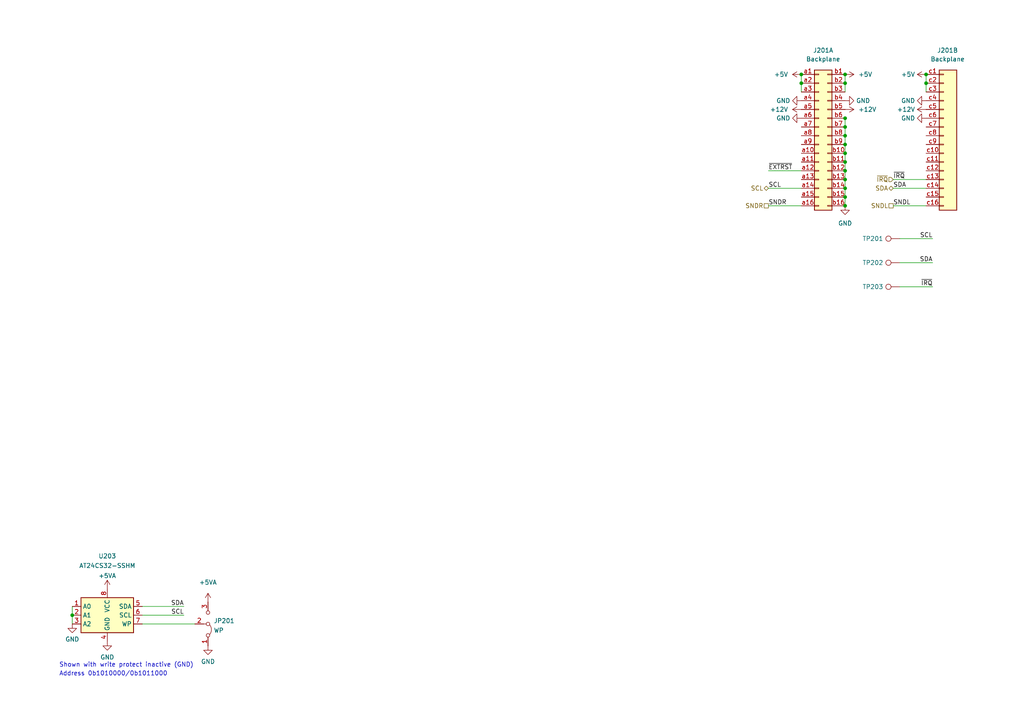
<source format=kicad_sch>
(kicad_sch (version 20211123) (generator eeschema)
  (paper "A4")
  (lib_symbols
    (symbol "68komputer-common:Conn_03x16_Row_Letter_First" (pin_names (offset 1.016) hide)
      (property "Reference" "J" (at 2.54 2.54 0))
      (property "Value" "Conn_03x16_Row_Letter_First" (at 3.81 -41.91 0))
      (symbol "Conn_03x16_Row_Letter_First_1_1"
        (rectangle (start 0 -39.243) (end 1.27 -39.497) (stroke (width 0.1524)))
        (rectangle (start 0 -36.703) (end 1.27 -36.957) (stroke (width 0.1524)))
        (rectangle (start 0 -34.163) (end 1.27 -34.417) (stroke (width 0.1524)))
        (rectangle (start 0 -31.623) (end 1.27 -31.877) (stroke (width 0.1524)))
        (rectangle (start 0 -29.083) (end 1.27 -29.337) (stroke (width 0.1524)))
        (rectangle (start 0 -26.543) (end 1.27 -26.797) (stroke (width 0.1524)))
        (rectangle (start 0 -24.003) (end 1.27 -24.257) (stroke (width 0.1524)))
        (rectangle (start 0 -21.463) (end 1.27 -21.717) (stroke (width 0.1524)))
        (rectangle (start 0 -18.923) (end 1.27 -19.177) (stroke (width 0.1524)))
        (rectangle (start 0 -16.383) (end 1.27 -16.637) (stroke (width 0.1524)))
        (rectangle (start 0 -13.843) (end 1.27 -14.097) (stroke (width 0.1524)))
        (rectangle (start 0 -11.303) (end 1.27 -11.557) (stroke (width 0.1524)))
        (rectangle (start 0 -8.763) (end 1.27 -9.017) (stroke (width 0.1524)))
        (rectangle (start 0 -6.223) (end 1.27 -6.477) (stroke (width 0.1524)))
        (rectangle (start 0 -3.683) (end 1.27 -3.937) (stroke (width 0.1524)))
        (rectangle (start 0 -1.143) (end 1.27 -1.397) (stroke (width 0.1524)))
        (rectangle (start 0 0) (end 5.08 -40.64) (stroke (width 0.254)) (fill (type background)))
        (rectangle (start 5.08 -39.243) (end 3.81 -39.497) (stroke (width 0.1524)))
        (rectangle (start 5.08 -36.703) (end 3.81 -36.957) (stroke (width 0.1524)))
        (rectangle (start 5.08 -34.163) (end 3.81 -34.417) (stroke (width 0.1524)))
        (rectangle (start 5.08 -31.623) (end 3.81 -31.877) (stroke (width 0.1524)))
        (rectangle (start 5.08 -29.083) (end 3.81 -29.337) (stroke (width 0.1524)))
        (rectangle (start 5.08 -26.543) (end 3.81 -26.797) (stroke (width 0.1524)))
        (rectangle (start 5.08 -24.003) (end 3.81 -24.257) (stroke (width 0.1524)))
        (rectangle (start 5.08 -21.463) (end 3.81 -21.717) (stroke (width 0.1524)))
        (rectangle (start 5.08 -18.923) (end 3.81 -19.177) (stroke (width 0.1524)))
        (rectangle (start 5.08 -16.383) (end 3.81 -16.637) (stroke (width 0.1524)))
        (rectangle (start 5.08 -13.843) (end 3.81 -14.097) (stroke (width 0.1524)))
        (rectangle (start 5.08 -11.303) (end 3.81 -11.557) (stroke (width 0.1524)))
        (rectangle (start 5.08 -8.763) (end 3.81 -9.017) (stroke (width 0.1524)))
        (rectangle (start 5.08 -6.223) (end 3.81 -6.477) (stroke (width 0.1524)))
        (rectangle (start 5.08 -3.683) (end 3.81 -3.937) (stroke (width 0.1524)))
        (rectangle (start 5.08 -1.143) (end 3.81 -1.397) (stroke (width 0.1524)))
        (pin passive line (at -3.81 -1.27 0) (length 3.81) (name "Pin_a1") (number "a1"))
        (pin passive line (at -3.81 -24.13 0) (length 3.81) (name "Pin_a10") (number "a10"))
        (pin passive line (at -3.81 -26.67 0) (length 3.81) (name "Pin_a11") (number "a11"))
        (pin passive line (at -3.81 -29.21 0) (length 3.81) (name "Pin_a12") (number "a12"))
        (pin passive line (at -3.81 -31.75 0) (length 3.81) (name "Pin_a13") (number "a13"))
        (pin passive line (at -3.81 -34.29 0) (length 3.81) (name "Pin_a14") (number "a14"))
        (pin passive line (at -3.81 -36.83 0) (length 3.81) (name "Pin_a15") (number "a15"))
        (pin passive line (at -3.81 -39.37 0) (length 3.81) (name "Pin_a16") (number "a16"))
        (pin passive line (at -3.81 -3.81 0) (length 3.81) (name "Pin_a2") (number "a2"))
        (pin passive line (at -3.81 -6.35 0) (length 3.81) (name "Pin_a3") (number "a3"))
        (pin passive line (at -3.81 -8.89 0) (length 3.81) (name "Pin_a4") (number "a4"))
        (pin passive line (at -3.81 -11.43 0) (length 3.81) (name "Pin_a5") (number "a5"))
        (pin passive line (at -3.81 -13.97 0) (length 3.81) (name "Pin_a6") (number "a6"))
        (pin passive line (at -3.81 -16.51 0) (length 3.81) (name "Pin_a7") (number "a7"))
        (pin passive line (at -3.81 -19.05 0) (length 3.81) (name "Pin_a8") (number "a8"))
        (pin passive line (at -3.81 -21.59 0) (length 3.81) (name "Pin_a9") (number "a9"))
        (pin passive line (at 8.89 -1.27 180) (length 3.81) (name "Pin_b1") (number "b1"))
        (pin passive line (at 8.89 -24.13 180) (length 3.81) (name "Pin_b10") (number "b10"))
        (pin passive line (at 8.89 -26.67 180) (length 3.81) (name "Pin_b11") (number "b11"))
        (pin passive line (at 8.89 -29.21 180) (length 3.81) (name "Pin_b12") (number "b12"))
        (pin passive line (at 8.89 -31.75 180) (length 3.81) (name "Pin_b13") (number "b13"))
        (pin passive line (at 8.89 -34.29 180) (length 3.81) (name "Pin_b14") (number "b14"))
        (pin passive line (at 8.89 -36.83 180) (length 3.81) (name "Pin_b15") (number "b15"))
        (pin passive line (at 8.89 -39.37 180) (length 3.81) (name "Pin_b16") (number "b16"))
        (pin passive line (at 8.89 -3.81 180) (length 3.81) (name "Pin_b2") (number "b2"))
        (pin passive line (at 8.89 -6.35 180) (length 3.81) (name "Pin_b3") (number "b3"))
        (pin passive line (at 8.89 -8.89 180) (length 3.81) (name "Pin_b4") (number "b4"))
        (pin passive line (at 8.89 -11.43 180) (length 3.81) (name "Pin_b5") (number "b5"))
        (pin passive line (at 8.89 -13.97 180) (length 3.81) (name "Pin_b6") (number "b6"))
        (pin passive line (at 8.89 -16.51 180) (length 3.81) (name "Pin_b7") (number "b7"))
        (pin passive line (at 8.89 -19.05 180) (length 3.81) (name "Pin_b8") (number "b8"))
        (pin passive line (at 8.89 -21.59 180) (length 3.81) (name "Pin_b9") (number "b9"))
      )
      (symbol "Conn_03x16_Row_Letter_First_2_1"
        (rectangle (start 0 0) (end 5.08 -40.64) (stroke (width 0.254)) (fill (type background)))
        (rectangle (start 5.08 -39.243) (end 3.81 -39.497) (stroke (width 0.1524)))
        (rectangle (start 5.08 -36.703) (end 3.81 -36.957) (stroke (width 0.1524)))
        (rectangle (start 5.08 -34.163) (end 3.81 -34.417) (stroke (width 0.1524)))
        (rectangle (start 5.08 -31.623) (end 3.81 -31.877) (stroke (width 0.1524)))
        (rectangle (start 5.08 -29.083) (end 3.81 -29.337) (stroke (width 0.1524)))
        (rectangle (start 5.08 -26.543) (end 3.81 -26.797) (stroke (width 0.1524)))
        (rectangle (start 5.08 -24.003) (end 3.81 -24.257) (stroke (width 0.1524)))
        (rectangle (start 5.08 -21.463) (end 3.81 -21.717) (stroke (width 0.1524)))
        (rectangle (start 5.08 -18.923) (end 3.81 -19.177) (stroke (width 0.1524)))
        (rectangle (start 5.08 -16.383) (end 3.81 -16.637) (stroke (width 0.1524)))
        (rectangle (start 5.08 -13.843) (end 3.81 -14.097) (stroke (width 0.1524)))
        (rectangle (start 5.08 -11.303) (end 3.81 -11.557) (stroke (width 0.1524)))
        (rectangle (start 5.08 -8.763) (end 3.81 -9.017) (stroke (width 0.1524)))
        (rectangle (start 5.08 -6.223) (end 3.81 -6.477) (stroke (width 0.1524)))
        (rectangle (start 5.08 -3.683) (end 3.81 -3.937) (stroke (width 0.1524)))
        (rectangle (start 5.08 -1.143) (end 3.81 -1.397) (stroke (width 0.1524)))
        (pin passive line (at 8.89 -1.27 180) (length 3.81) (name "Pin_c1") (number "c1"))
        (pin passive line (at 8.89 -24.13 180) (length 3.81) (name "Pin_c10") (number "c10"))
        (pin passive line (at 8.89 -26.67 180) (length 3.81) (name "Pin_c11") (number "c11"))
        (pin passive line (at 8.89 -29.21 180) (length 3.81) (name "Pin_c12") (number "c12"))
        (pin passive line (at 8.89 -31.75 180) (length 3.81) (name "Pin_c13") (number "c13"))
        (pin passive line (at 8.89 -34.29 180) (length 3.81) (name "Pin_c14") (number "c14"))
        (pin passive line (at 8.89 -36.83 180) (length 3.81) (name "Pin_c15") (number "c15"))
        (pin passive line (at 8.89 -39.37 180) (length 3.81) (name "Pin_c16") (number "c16"))
        (pin passive line (at 8.89 -3.81 180) (length 3.81) (name "Pin_c2") (number "c2"))
        (pin passive line (at 8.89 -6.35 180) (length 3.81) (name "Pin_c3") (number "c3"))
        (pin passive line (at 8.89 -8.89 180) (length 3.81) (name "Pin_c4") (number "c4"))
        (pin passive line (at 8.89 -11.43 180) (length 3.81) (name "Pin_c5") (number "c5"))
        (pin passive line (at 8.89 -13.97 180) (length 3.81) (name "Pin_c6") (number "c6"))
        (pin passive line (at 8.89 -16.51 180) (length 3.81) (name "Pin_c7") (number "c7"))
        (pin passive line (at 8.89 -19.05 180) (length 3.81) (name "Pin_c8") (number "c8"))
        (pin passive line (at 8.89 -21.59 180) (length 3.81) (name "Pin_c9") (number "c9"))
      )
    )
    (symbol "Connector:TestPoint" (pin_numbers hide) (pin_names (offset 0.762) hide)
      (property "Reference" "TP" (at 0 6.858 0))
      (property "Value" "TestPoint" (at 0 5.08 0))
      (symbol "TestPoint_0_1"
        (circle (center 0 3.302) (radius 0.762))
      )
      (symbol "TestPoint_1_1"
        (pin passive line (at 0 0 90) (length 2.54) (name "1") (number "1"))
      )
    )
    (symbol "Jumper:Jumper_3_Bridged12" (pin_names (offset 0) hide)
      (property "Reference" "JP" (at -2.54 -2.54 0))
      (property "Value" "Jumper_3_Bridged12" (at 0 2.794 0))
      (symbol "Jumper_3_Bridged12_0_0"
        (circle (center -3.302 0) (radius 0.508))
        (circle (center 0 0) (radius 0.508))
        (circle (center 3.302 0) (radius 0.508))
      )
      (symbol "Jumper_3_Bridged12_0_1"
        (arc (start -0.254 0.508) (mid -1.651 0.9912) (end -3.048 0.508))
        (polyline (pts (xy 0 -1.27) (xy 0 -0.508)))
      )
      (symbol "Jumper_3_Bridged12_1_1"
        (pin passive line (at -6.35 0 0) (length 2.54) (name "A") (number "1"))
        (pin input line (at 0 -3.81 90) (length 2.54) (name "C") (number "2"))
        (pin passive line (at 6.35 0 180) (length 2.54) (name "B") (number "3"))
      )
    )
    (symbol "Memory_EEPROM:AT24CS32-SSHM"
      (property "Reference" "U" (at -7.62 6.35 0))
      (property "Value" "AT24CS32-SSHM" (at 2.54 -6.35 0))
      (symbol "AT24CS32-SSHM_1_1"
        (rectangle (start -7.62 5.08) (end 7.62 -5.08) (stroke (width 0.254)) (fill (type background)))
        (pin input line (at -10.16 2.54 0) (length 2.54) (name "A0") (number "1"))
        (pin input line (at -10.16 0 0) (length 2.54) (name "A1") (number "2"))
        (pin input line (at -10.16 -2.54 0) (length 2.54) (name "A2") (number "3"))
        (pin power_in line (at 0 -7.62 90) (length 2.54) (name "GND") (number "4"))
        (pin bidirectional line (at 10.16 2.54 180) (length 2.54) (name "SDA") (number "5"))
        (pin input line (at 10.16 0 180) (length 2.54) (name "SCL") (number "6"))
        (pin input line (at 10.16 -2.54 180) (length 2.54) (name "WP") (number "7"))
        (pin power_in line (at 0 7.62 270) (length 2.54) (name "VCC") (number "8"))
      )
    )
    (symbol "power:+12V" (power) (pin_names (offset 0))
      (property "Value" "+12V" (at 0 3.556 0))
      (symbol "+12V_0_1"
        (polyline (pts (xy -0.762 1.27) (xy 0 2.54)))
        (polyline (pts (xy 0 0) (xy 0 2.54)))
        (polyline (pts (xy 0 2.54) (xy 0.762 1.27)))
      )
      (symbol "+12V_1_1"
        (pin power_in line (at 0 0 90) (length 0) hide (name "+12V") (number "1"))
      )
    )
    (symbol "power:+5V" (power) (pin_names (offset 0))
      (property "Value" "+5V" (at 0 3.556 0))
      (symbol "+5V_0_1"
        (polyline (pts (xy -0.762 1.27) (xy 0 2.54)))
        (polyline (pts (xy 0 0) (xy 0 2.54)))
        (polyline (pts (xy 0 2.54) (xy 0.762 1.27)))
      )
      (symbol "+5V_1_1"
        (pin power_in line (at 0 0 90) (length 0) hide (name "+5V") (number "1"))
      )
    )
    (symbol "power:+5VA" (power) (pin_names (offset 0))
      (property "Value" "+5VA" (at 0 3.556 0))
      (symbol "+5VA_0_1"
        (polyline (pts (xy -0.762 1.27) (xy 0 2.54)))
        (polyline (pts (xy 0 0) (xy 0 2.54)))
        (polyline (pts (xy 0 2.54) (xy 0.762 1.27)))
      )
      (symbol "+5VA_1_1"
        (pin power_in line (at 0 0 90) (length 0) hide (name "+5VA") (number "1"))
      )
    )
    (symbol "power:GND" (power) (pin_names (offset 0))
      (property "Value" "GND" (at 0 -3.81 0))
      (symbol "GND_0_1"
        (polyline (pts (xy 0 0) (xy 0 -1.27) (xy 1.27 -1.27) (xy 0 -2.54) (xy -1.27 -1.27) (xy 0 -1.27)))
      )
      (symbol "GND_1_1"
        (pin power_in line (at 0 0 270) (length 0) hide (name "GND") (number "1"))
      )
    )
  )
  (junction (at 245.11 24.13))
  (junction (at 245.11 54.61))
  (junction (at 245.11 41.91))
  (junction (at 245.11 34.29))
  (junction (at 245.11 36.83))
  (junction (at 232.41 24.13))
  (junction (at 268.605 24.13))
  (junction (at 245.11 44.45))
  (junction (at 268.605 21.59))
  (junction (at 245.11 21.59))
  (junction (at 245.11 52.07))
  (junction (at 232.41 21.59))
  (junction (at 245.11 49.53))
  (junction (at 245.11 46.99))
  (junction (at 245.11 39.37))
  (junction (at 245.11 57.15))
  (junction (at 245.11 59.69))
  (junction (at 20.955 178.435))
  (wire (pts (xy 245.11 59.69) (xy 245.11 57.15)))
  (wire (pts (xy 232.41 21.59) (xy 232.41 24.13)))
  (wire (pts (xy 244.475 34.29) (xy 245.11 34.29)))
  (wire (pts (xy 245.11 46.99) (xy 245.11 44.45)))
  (wire (pts (xy 222.885 54.61) (xy 232.41 54.61)))
  (wire (pts (xy 245.11 57.15) (xy 245.11 54.61)))
  (wire (pts (xy 268.605 24.13) (xy 268.605 26.67)))
  (wire (pts (xy 20.955 175.895) (xy 20.955 178.435)))
  (wire (pts (xy 41.275 178.435) (xy 53.34 178.435)))
  (wire (pts (xy 260.985 69.215) (xy 270.51 69.215)))
  (wire (pts (xy 222.885 49.53) (xy 232.41 49.53)))
  (wire (pts (xy 245.11 36.83) (xy 245.11 34.29)))
  (wire (pts (xy 245.11 54.61) (xy 245.11 52.07)))
  (wire (pts (xy 41.275 175.895) (xy 53.34 175.895)))
  (wire (pts (xy 41.275 180.975) (xy 56.515 180.975)))
  (wire (pts (xy 259.08 54.61) (xy 268.605 54.61)))
  (wire (pts (xy 245.11 21.59) (xy 245.11 24.13)))
  (wire (pts (xy 232.41 24.13) (xy 232.41 26.67)))
  (wire (pts (xy 259.08 59.69) (xy 268.605 59.69)))
  (wire (pts (xy 259.08 52.07) (xy 268.605 52.07)))
  (wire (pts (xy 245.11 39.37) (xy 245.11 36.83)))
  (wire (pts (xy 222.885 59.69) (xy 232.41 59.69)))
  (wire (pts (xy 260.985 83.185) (xy 270.51 83.185)))
  (wire (pts (xy 245.11 49.53) (xy 245.11 46.99)))
  (wire (pts (xy 245.11 52.07) (xy 245.11 49.53)))
  (wire (pts (xy 268.605 21.59) (xy 268.605 24.13)))
  (wire (pts (xy 245.11 24.13) (xy 245.11 26.67)))
  (wire (pts (xy 20.955 178.435) (xy 20.955 180.975)))
  (wire (pts (xy 260.985 76.2) (xy 270.51 76.2)))
  (wire (pts (xy 245.11 44.45) (xy 245.11 41.91)))
  (wire (pts (xy 245.11 41.91) (xy 245.11 39.37)))
  (text "Shown with write protect inactive (GND)" (at 17.145 193.675 0) (effects (font (size 1.27 1.27)) (justify left bottom)))
  (text "Address 0b1010000/0b1011000" (at 17.145 196.215 0) (effects (font (size 1.27 1.27)) (justify left bottom)))
  (label "~{IRQ}" (at 270.51 83.185 180))
  (label "SNDL" (at 259.08 59.69 0))
  (label "SCL" (at 270.51 69.215 180))
  (label "SCL" (at 53.34 178.435 180))
  (label "~{IRQ}" (at 259.08 52.07 0))
  (label "SCL" (at 222.885 54.61 0))
  (label "SDA" (at 53.34 175.895 180))
  (label "~{EXTRST}" (at 222.885 49.53 0))
  (label "SDA" (at 259.08 54.61 0))
  (label "SDA" (at 270.51 76.2 180))
  (label "SNDR" (at 222.885 59.69 0))
  (hierarchical_label "SNDL" (shape passive) (at 259.08 59.69 180))
  (hierarchical_label "SCL" (shape bidirectional) (at 222.885 54.61 180))
  (hierarchical_label "SNDR" (shape passive) (at 222.885 59.69 180))
  (hierarchical_label "SDA" (shape bidirectional) (at 259.08 54.61 180))
  (hierarchical_label "~{IRQ}" (shape input) (at 259.08 52.07 180))
  (symbol (lib_id "power:+5V") (at 268.605 21.59 90) (unit 1)
    (property "Reference" "#PWR0209" (effects hide))
    (property "Value" "+5V" (at 265.43 21.5899 90) (effects (justify left)))
  )
  (symbol (lib_id "power:GND") (at 20.955 180.975 0) (unit 1)
    (property "Reference" "#PWR0222" (effects hide))
    (property "Value" "GND" (at 20.955 185.42 0))
  )
  (symbol (lib_id "power:+12V") (at 245.11 31.75 270) (unit 1)
    (property "Reference" "#PWR0207" (effects hide))
    (property "Value" "+12V" (at 248.92 31.7499 90) (effects (justify left)))
  )
  (symbol (lib_id "power:+5V") (at 245.11 21.59 270) (unit 1)
    (property "Reference" "#PWR0205" (effects hide))
    (property "Value" "+5V" (at 248.92 21.5899 90) (effects (justify left)))
  )
  (symbol (lib_id "power:GND") (at 232.41 29.21 270) (unit 1)
    (property "Reference" "#PWR0202" (effects hide))
    (property "Value" "GND" (at 229.235 29.2099 90) (effects (justify right)))
  )
  (symbol (lib_id "68komputer-common:Conn_03x16_Row_Letter_First") (at 277.495 20.32 0) (mirror y) (unit 2)
    (property "Reference" "J201" (at 271.78 14.605 0) (effects (justify right)))
    (property "Value" "Backplane" (at 269.875 17.145 0) (effects (justify right)))
    (property "Footprint" "Connector_DIN:DIN41612_C2_3x16_Male_Horizontal_THT" (effects hide))
  )
  (symbol (lib_id "power:GND") (at 268.605 29.21 270) (unit 1)
    (property "Reference" "#PWR0210" (effects hide))
    (property "Value" "GND" (at 265.43 29.2099 90) (effects (justify right)))
  )
  (symbol (lib_id "power:GND") (at 245.11 59.69 0) (unit 1)
    (property "Reference" "#PWR0208" (effects hide))
    (property "Value" "GND" (at 245.11 64.77 0))
  )
  (symbol (lib_id "Connector:TestPoint") (at 260.985 69.215 90) (unit 1)
    (property "Reference" "TP201" (at 256.2098 69.215 90) (effects (justify left)))
    (property "Value" "SCL" (effects hide))
    (property "Footprint" "TestPoint:TestPoint_Loop_D2.60mm_Drill1.4mm_Beaded" (effects hide))
    (property "MPN" "534-5001" (effects hide))
  )
  (symbol (lib_id "Memory_EEPROM:AT24CS32-SSHM") (at 31.115 178.435 0) (unit 1)
    (property "Reference" "U203" (at 31.115 161.29 0))
    (property "Value" "AT24CS32-SSHM" (at 31.115 164.0651 0))
    (property "Footprint" "Package_SO:SOIC-8_3.9x4.9mm_P1.27mm" (effects hide))
    (property "Datasheet" "http://ww1.microchip.com/downloads/en/DeviceDoc/Atmel-8869-SEEPROM-AT24CS32-Datasheet.pdf" (effects hide))
    (property "MPN" "AT24CS32-SSHM-T" (effects hide))
  )
  (symbol (lib_id "power:GND") (at 268.605 34.29 270) (unit 1)
    (property "Reference" "#PWR0212" (effects hide))
    (property "Value" "GND" (at 265.43 34.2899 90) (effects (justify right)))
  )
  (symbol (lib_id "power:GND") (at 232.41 34.29 270) (unit 1)
    (property "Reference" "#PWR0204" (effects hide))
    (property "Value" "GND" (at 229.235 34.2899 90) (effects (justify right)))
  )
  (symbol (lib_id "Connector:TestPoint") (at 260.985 76.2 90) (unit 1)
    (property "Reference" "TP202" (at 256.2098 76.2 90) (effects (justify left)))
    (property "Value" "SDA" (effects hide))
    (property "Footprint" "TestPoint:TestPoint_Loop_D2.60mm_Drill1.4mm_Beaded" (effects hide))
    (property "MPN" "534-5001" (effects hide))
  )
  (symbol (lib_id "power:+5V") (at 232.41 21.59 90) (unit 1)
    (property "Reference" "#PWR0201" (effects hide))
    (property "Value" "+5V" (at 228.6 21.5899 90) (effects (justify left)))
  )
  (symbol (lib_id "power:+12V") (at 268.605 31.75 90) (unit 1)
    (property "Reference" "#PWR0211" (effects hide))
    (property "Value" "+12V" (at 265.43 31.7499 90) (effects (justify left)))
  )
  (symbol (lib_id "power:GND") (at 245.11 29.21 90) (unit 1)
    (property "Reference" "#PWR0206" (effects hide))
    (property "Value" "GND" (at 248.285 29.2099 90) (effects (justify right)))
  )
  (symbol (lib_id "power:+12V") (at 232.41 31.75 90) (unit 1)
    (property "Reference" "#PWR0203" (effects hide))
    (property "Value" "+12V" (at 228.6 31.7499 90) (effects (justify left)))
  )
  (symbol (lib_id "Jumper:Jumper_3_Bridged12") (at 60.325 180.975 270) (mirror x) (unit 1)
    (property "Reference" "JP201" (at 61.976 180.0665 90) (effects (justify left)))
    (property "Value" "WP" (at 61.976 182.8416 90) (effects (justify left)))
    (property "Footprint" "Jumper:SolderJumper-3_P1.3mm_Bridged2Bar12_Pad1.0x1.5mm" (effects hide))
  )
  (symbol (lib_id "power:GND") (at 31.115 186.055 0) (unit 1)
    (property "Reference" "#PWR0225" (effects hide))
    (property "Value" "GND" (at 31.115 190.6174 0))
  )
  (symbol (lib_id "power:GND") (at 60.325 187.325 0) (unit 1)
    (property "Reference" "#PWR0227" (effects hide))
    (property "Value" "GND" (at 60.325 191.8874 0))
  )
  (symbol (lib_id "power:+5VA") (at 31.115 170.815 0) (unit 1)
    (property "Reference" "#PWR0224" (effects hide))
    (property "Value" "+5VA" (at 31.115 167.005 0))
  )
  (symbol (lib_id "power:+5VA") (at 60.325 174.625 0) (unit 1)
    (property "Reference" "#PWR0223" (effects hide))
    (property "Value" "+5VA" (at 60.325 168.91 0))
  )
  (symbol (lib_id "68komputer-common:Conn_03x16_Row_Letter_First") (at 236.22 20.32 0) (unit 1)
    (property "Reference" "J201" (at 238.76 14.605 0))
    (property "Value" "Backplane" (at 238.76 17.145 0))
    (property "Footprint" "Connector_DIN:DIN41612_C2_3x16_Male_Horizontal_THT" (effects hide))
    (property "MPN" "86093487313H55ELF" (effects hide))
  )
  (symbol (lib_id "Connector:TestPoint") (at 260.985 83.185 90) (unit 1)
    (property "Reference" "TP203" (at 256.2098 83.185 90) (effects (justify left)))
    (property "Value" "~{IRQ}" (effects hide))
    (property "Footprint" "TestPoint:TestPoint_Loop_D2.60mm_Drill1.4mm_Beaded" (effects hide))
    (property "MPN" "534-5001" (effects hide))
  )
)
</source>
